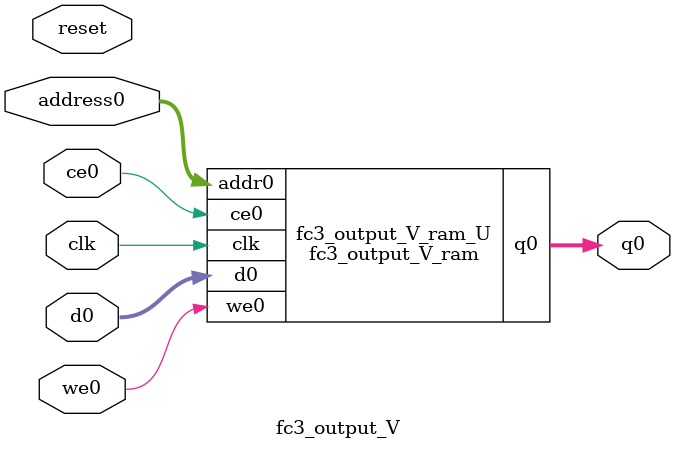
<source format=v>
`timescale 1 ns / 1 ps
module fc3_output_V_ram (addr0, ce0, d0, we0, q0,  clk);

parameter DWIDTH = 16;
parameter AWIDTH = 4;
parameter MEM_SIZE = 10;

input[AWIDTH-1:0] addr0;
input ce0;
input[DWIDTH-1:0] d0;
input we0;
output reg[DWIDTH-1:0] q0;
input clk;

(* ram_style = "distributed" *)reg [DWIDTH-1:0] ram[0:MEM_SIZE-1];




always @(posedge clk)  
begin 
    if (ce0) 
    begin
        if (we0) 
        begin 
            ram[addr0] <= d0; 
        end 
        q0 <= ram[addr0];
    end
end


endmodule

`timescale 1 ns / 1 ps
module fc3_output_V(
    reset,
    clk,
    address0,
    ce0,
    we0,
    d0,
    q0);

parameter DataWidth = 32'd16;
parameter AddressRange = 32'd10;
parameter AddressWidth = 32'd4;
input reset;
input clk;
input[AddressWidth - 1:0] address0;
input ce0;
input we0;
input[DataWidth - 1:0] d0;
output[DataWidth - 1:0] q0;



fc3_output_V_ram fc3_output_V_ram_U(
    .clk( clk ),
    .addr0( address0 ),
    .ce0( ce0 ),
    .we0( we0 ),
    .d0( d0 ),
    .q0( q0 ));

endmodule


</source>
